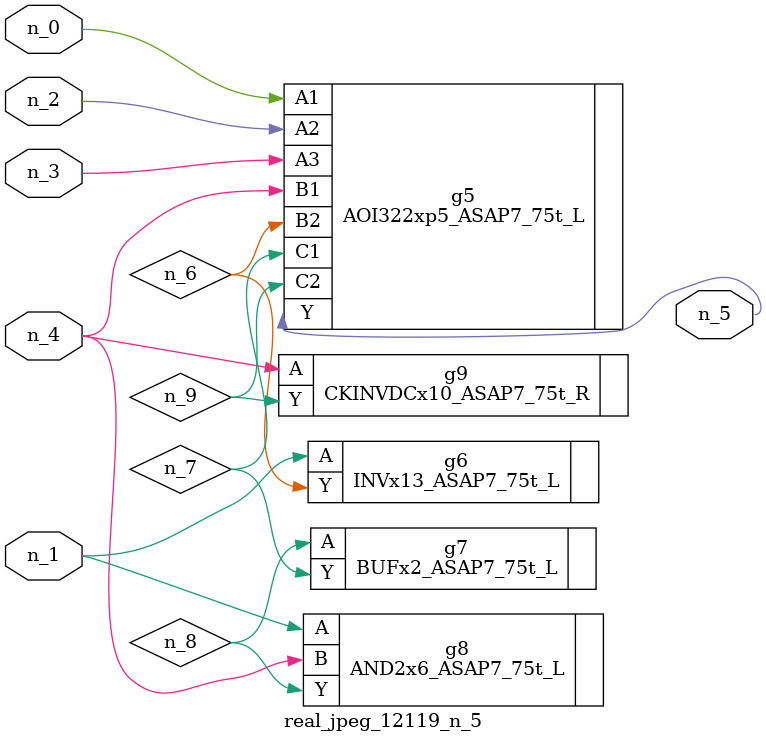
<source format=v>
module real_jpeg_12119_n_5 (n_4, n_0, n_1, n_2, n_3, n_5);

input n_4;
input n_0;
input n_1;
input n_2;
input n_3;

output n_5;

wire n_8;
wire n_6;
wire n_7;
wire n_9;

AOI322xp5_ASAP7_75t_L g5 ( 
.A1(n_0),
.A2(n_2),
.A3(n_3),
.B1(n_4),
.B2(n_6),
.C1(n_7),
.C2(n_9),
.Y(n_5)
);

INVx13_ASAP7_75t_L g6 ( 
.A(n_1),
.Y(n_6)
);

AND2x6_ASAP7_75t_L g8 ( 
.A(n_1),
.B(n_4),
.Y(n_8)
);

CKINVDCx10_ASAP7_75t_R g9 ( 
.A(n_4),
.Y(n_9)
);

BUFx2_ASAP7_75t_L g7 ( 
.A(n_8),
.Y(n_7)
);


endmodule
</source>
